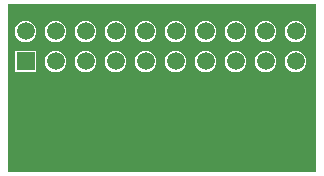
<source format=gbl>
G04*
G04 #@! TF.GenerationSoftware,Altium Limited,Altium Designer,23.3.1 (30)*
G04*
G04 Layer_Physical_Order=2*
G04 Layer_Color=16711680*
%FSLAX43Y43*%
%MOMM*%
G71*
G04*
G04 #@! TF.SameCoordinates,B6646961-0515-45C1-A97A-8BA6F2ED6920*
G04*
G04*
G04 #@! TF.FilePolarity,Positive*
G04*
G01*
G75*
%ADD20C,1.500*%
%ADD21R,1.500X1.500*%
G36*
X26388Y282D02*
X282D01*
Y14450D01*
X26388D01*
Y282D01*
D02*
G37*
%LPC*%
G36*
X24648Y13087D02*
X24413Y13056D01*
X24194Y12965D01*
X24006Y12821D01*
X23862Y12633D01*
X23771Y12414D01*
X23740Y12179D01*
X23771Y11944D01*
X23862Y11725D01*
X24006Y11537D01*
X24194Y11393D01*
X24413Y11302D01*
X24648Y11271D01*
X24883Y11302D01*
X25102Y11393D01*
X25290Y11537D01*
X25434Y11725D01*
X25525Y11944D01*
X25556Y12179D01*
X25525Y12414D01*
X25434Y12633D01*
X25290Y12821D01*
X25102Y12965D01*
X24883Y13056D01*
X24648Y13087D01*
D02*
G37*
G36*
X22108D02*
X21873Y13056D01*
X21654Y12965D01*
X21466Y12821D01*
X21322Y12633D01*
X21231Y12414D01*
X21200Y12179D01*
X21231Y11944D01*
X21322Y11725D01*
X21466Y11537D01*
X21654Y11393D01*
X21873Y11302D01*
X22108Y11271D01*
X22343Y11302D01*
X22562Y11393D01*
X22750Y11537D01*
X22894Y11725D01*
X22985Y11944D01*
X23016Y12179D01*
X22985Y12414D01*
X22894Y12633D01*
X22750Y12821D01*
X22562Y12965D01*
X22343Y13056D01*
X22108Y13087D01*
D02*
G37*
G36*
X19568D02*
X19333Y13056D01*
X19114Y12965D01*
X18926Y12821D01*
X18782Y12633D01*
X18691Y12414D01*
X18660Y12179D01*
X18691Y11944D01*
X18782Y11725D01*
X18926Y11537D01*
X19114Y11393D01*
X19333Y11302D01*
X19568Y11271D01*
X19803Y11302D01*
X20022Y11393D01*
X20210Y11537D01*
X20354Y11725D01*
X20445Y11944D01*
X20476Y12179D01*
X20445Y12414D01*
X20354Y12633D01*
X20210Y12821D01*
X20022Y12965D01*
X19803Y13056D01*
X19568Y13087D01*
D02*
G37*
G36*
X17028D02*
X16793Y13056D01*
X16574Y12965D01*
X16386Y12821D01*
X16242Y12633D01*
X16151Y12414D01*
X16120Y12179D01*
X16151Y11944D01*
X16242Y11725D01*
X16386Y11537D01*
X16574Y11393D01*
X16793Y11302D01*
X17028Y11271D01*
X17263Y11302D01*
X17482Y11393D01*
X17670Y11537D01*
X17814Y11725D01*
X17905Y11944D01*
X17936Y12179D01*
X17905Y12414D01*
X17814Y12633D01*
X17670Y12821D01*
X17482Y12965D01*
X17263Y13056D01*
X17028Y13087D01*
D02*
G37*
G36*
X14488D02*
X14253Y13056D01*
X14034Y12965D01*
X13846Y12821D01*
X13702Y12633D01*
X13611Y12414D01*
X13580Y12179D01*
X13611Y11944D01*
X13702Y11725D01*
X13846Y11537D01*
X14034Y11393D01*
X14253Y11302D01*
X14488Y11271D01*
X14723Y11302D01*
X14942Y11393D01*
X15130Y11537D01*
X15274Y11725D01*
X15365Y11944D01*
X15396Y12179D01*
X15365Y12414D01*
X15274Y12633D01*
X15130Y12821D01*
X14942Y12965D01*
X14723Y13056D01*
X14488Y13087D01*
D02*
G37*
G36*
X11948D02*
X11713Y13056D01*
X11494Y12965D01*
X11306Y12821D01*
X11162Y12633D01*
X11071Y12414D01*
X11040Y12179D01*
X11071Y11944D01*
X11162Y11725D01*
X11306Y11537D01*
X11494Y11393D01*
X11713Y11302D01*
X11948Y11271D01*
X12183Y11302D01*
X12402Y11393D01*
X12590Y11537D01*
X12734Y11725D01*
X12825Y11944D01*
X12856Y12179D01*
X12825Y12414D01*
X12734Y12633D01*
X12590Y12821D01*
X12402Y12965D01*
X12183Y13056D01*
X11948Y13087D01*
D02*
G37*
G36*
X9408D02*
X9173Y13056D01*
X8954Y12965D01*
X8766Y12821D01*
X8622Y12633D01*
X8531Y12414D01*
X8500Y12179D01*
X8531Y11944D01*
X8622Y11725D01*
X8766Y11537D01*
X8954Y11393D01*
X9173Y11302D01*
X9408Y11271D01*
X9643Y11302D01*
X9862Y11393D01*
X10050Y11537D01*
X10194Y11725D01*
X10285Y11944D01*
X10316Y12179D01*
X10285Y12414D01*
X10194Y12633D01*
X10050Y12821D01*
X9862Y12965D01*
X9643Y13056D01*
X9408Y13087D01*
D02*
G37*
G36*
X6868D02*
X6633Y13056D01*
X6414Y12965D01*
X6226Y12821D01*
X6082Y12633D01*
X5991Y12414D01*
X5960Y12179D01*
X5991Y11944D01*
X6082Y11725D01*
X6226Y11537D01*
X6414Y11393D01*
X6633Y11302D01*
X6868Y11271D01*
X7103Y11302D01*
X7322Y11393D01*
X7510Y11537D01*
X7654Y11725D01*
X7745Y11944D01*
X7776Y12179D01*
X7745Y12414D01*
X7654Y12633D01*
X7510Y12821D01*
X7322Y12965D01*
X7103Y13056D01*
X6868Y13087D01*
D02*
G37*
G36*
X4328D02*
X4093Y13056D01*
X3874Y12965D01*
X3686Y12821D01*
X3542Y12633D01*
X3451Y12414D01*
X3420Y12179D01*
X3451Y11944D01*
X3542Y11725D01*
X3686Y11537D01*
X3874Y11393D01*
X4093Y11302D01*
X4328Y11271D01*
X4563Y11302D01*
X4782Y11393D01*
X4970Y11537D01*
X5114Y11725D01*
X5205Y11944D01*
X5236Y12179D01*
X5205Y12414D01*
X5114Y12633D01*
X4970Y12821D01*
X4782Y12965D01*
X4563Y13056D01*
X4328Y13087D01*
D02*
G37*
G36*
X1788D02*
X1553Y13056D01*
X1334Y12965D01*
X1146Y12821D01*
X1002Y12633D01*
X911Y12414D01*
X880Y12179D01*
X911Y11944D01*
X1002Y11725D01*
X1146Y11537D01*
X1334Y11393D01*
X1553Y11302D01*
X1788Y11271D01*
X2023Y11302D01*
X2242Y11393D01*
X2430Y11537D01*
X2574Y11725D01*
X2665Y11944D01*
X2696Y12179D01*
X2665Y12414D01*
X2574Y12633D01*
X2430Y12821D01*
X2242Y12965D01*
X2023Y13056D01*
X1788Y13087D01*
D02*
G37*
G36*
X2688Y10539D02*
X888D01*
Y8739D01*
X2688D01*
Y10539D01*
D02*
G37*
G36*
X24648Y10547D02*
X24413Y10516D01*
X24194Y10425D01*
X24006Y10281D01*
X23862Y10093D01*
X23771Y9874D01*
X23740Y9639D01*
X23771Y9404D01*
X23862Y9185D01*
X24006Y8997D01*
X24194Y8853D01*
X24413Y8762D01*
X24648Y8731D01*
X24883Y8762D01*
X25102Y8853D01*
X25290Y8997D01*
X25434Y9185D01*
X25525Y9404D01*
X25556Y9639D01*
X25525Y9874D01*
X25434Y10093D01*
X25290Y10281D01*
X25102Y10425D01*
X24883Y10516D01*
X24648Y10547D01*
D02*
G37*
G36*
X22108D02*
X21873Y10516D01*
X21654Y10425D01*
X21466Y10281D01*
X21322Y10093D01*
X21231Y9874D01*
X21200Y9639D01*
X21231Y9404D01*
X21322Y9185D01*
X21466Y8997D01*
X21654Y8853D01*
X21873Y8762D01*
X22108Y8731D01*
X22343Y8762D01*
X22562Y8853D01*
X22750Y8997D01*
X22894Y9185D01*
X22985Y9404D01*
X23016Y9639D01*
X22985Y9874D01*
X22894Y10093D01*
X22750Y10281D01*
X22562Y10425D01*
X22343Y10516D01*
X22108Y10547D01*
D02*
G37*
G36*
X19568D02*
X19333Y10516D01*
X19114Y10425D01*
X18926Y10281D01*
X18782Y10093D01*
X18691Y9874D01*
X18660Y9639D01*
X18691Y9404D01*
X18782Y9185D01*
X18926Y8997D01*
X19114Y8853D01*
X19333Y8762D01*
X19568Y8731D01*
X19803Y8762D01*
X20022Y8853D01*
X20210Y8997D01*
X20354Y9185D01*
X20445Y9404D01*
X20476Y9639D01*
X20445Y9874D01*
X20354Y10093D01*
X20210Y10281D01*
X20022Y10425D01*
X19803Y10516D01*
X19568Y10547D01*
D02*
G37*
G36*
X17028D02*
X16793Y10516D01*
X16574Y10425D01*
X16386Y10281D01*
X16242Y10093D01*
X16151Y9874D01*
X16120Y9639D01*
X16151Y9404D01*
X16242Y9185D01*
X16386Y8997D01*
X16574Y8853D01*
X16793Y8762D01*
X17028Y8731D01*
X17263Y8762D01*
X17482Y8853D01*
X17670Y8997D01*
X17814Y9185D01*
X17905Y9404D01*
X17936Y9639D01*
X17905Y9874D01*
X17814Y10093D01*
X17670Y10281D01*
X17482Y10425D01*
X17263Y10516D01*
X17028Y10547D01*
D02*
G37*
G36*
X14488D02*
X14253Y10516D01*
X14034Y10425D01*
X13846Y10281D01*
X13702Y10093D01*
X13611Y9874D01*
X13580Y9639D01*
X13611Y9404D01*
X13702Y9185D01*
X13846Y8997D01*
X14034Y8853D01*
X14253Y8762D01*
X14488Y8731D01*
X14723Y8762D01*
X14942Y8853D01*
X15130Y8997D01*
X15274Y9185D01*
X15365Y9404D01*
X15396Y9639D01*
X15365Y9874D01*
X15274Y10093D01*
X15130Y10281D01*
X14942Y10425D01*
X14723Y10516D01*
X14488Y10547D01*
D02*
G37*
G36*
X11948D02*
X11713Y10516D01*
X11494Y10425D01*
X11306Y10281D01*
X11162Y10093D01*
X11071Y9874D01*
X11040Y9639D01*
X11071Y9404D01*
X11162Y9185D01*
X11306Y8997D01*
X11494Y8853D01*
X11713Y8762D01*
X11948Y8731D01*
X12183Y8762D01*
X12402Y8853D01*
X12590Y8997D01*
X12734Y9185D01*
X12825Y9404D01*
X12856Y9639D01*
X12825Y9874D01*
X12734Y10093D01*
X12590Y10281D01*
X12402Y10425D01*
X12183Y10516D01*
X11948Y10547D01*
D02*
G37*
G36*
X9408D02*
X9173Y10516D01*
X8954Y10425D01*
X8766Y10281D01*
X8622Y10093D01*
X8531Y9874D01*
X8500Y9639D01*
X8531Y9404D01*
X8622Y9185D01*
X8766Y8997D01*
X8954Y8853D01*
X9173Y8762D01*
X9408Y8731D01*
X9643Y8762D01*
X9862Y8853D01*
X10050Y8997D01*
X10194Y9185D01*
X10285Y9404D01*
X10316Y9639D01*
X10285Y9874D01*
X10194Y10093D01*
X10050Y10281D01*
X9862Y10425D01*
X9643Y10516D01*
X9408Y10547D01*
D02*
G37*
G36*
X6868D02*
X6633Y10516D01*
X6414Y10425D01*
X6226Y10281D01*
X6082Y10093D01*
X5991Y9874D01*
X5960Y9639D01*
X5991Y9404D01*
X6082Y9185D01*
X6226Y8997D01*
X6414Y8853D01*
X6633Y8762D01*
X6868Y8731D01*
X7103Y8762D01*
X7322Y8853D01*
X7510Y8997D01*
X7654Y9185D01*
X7745Y9404D01*
X7776Y9639D01*
X7745Y9874D01*
X7654Y10093D01*
X7510Y10281D01*
X7322Y10425D01*
X7103Y10516D01*
X6868Y10547D01*
D02*
G37*
G36*
X4328D02*
X4093Y10516D01*
X3874Y10425D01*
X3686Y10281D01*
X3542Y10093D01*
X3451Y9874D01*
X3420Y9639D01*
X3451Y9404D01*
X3542Y9185D01*
X3686Y8997D01*
X3874Y8853D01*
X4093Y8762D01*
X4328Y8731D01*
X4563Y8762D01*
X4782Y8853D01*
X4970Y8997D01*
X5114Y9185D01*
X5205Y9404D01*
X5236Y9639D01*
X5205Y9874D01*
X5114Y10093D01*
X4970Y10281D01*
X4782Y10425D01*
X4563Y10516D01*
X4328Y10547D01*
D02*
G37*
%LPD*%
D20*
X24648Y12179D02*
D03*
Y9639D02*
D03*
X22108Y12179D02*
D03*
Y9639D02*
D03*
X19568Y12179D02*
D03*
Y9639D02*
D03*
X17028Y12179D02*
D03*
Y9639D02*
D03*
X14488Y12179D02*
D03*
Y9639D02*
D03*
X11948Y12179D02*
D03*
Y9639D02*
D03*
X9408Y12179D02*
D03*
Y9639D02*
D03*
X6868Y12179D02*
D03*
Y9639D02*
D03*
X4328Y12179D02*
D03*
Y9639D02*
D03*
X1788Y12179D02*
D03*
D21*
Y9639D02*
D03*
M02*

</source>
